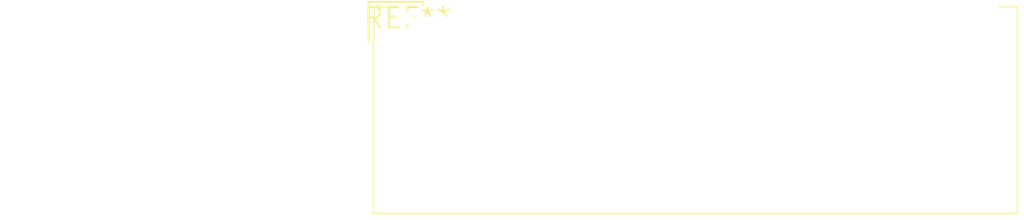
<source format=kicad_pcb>
(kicad_pcb (version 20240108) (generator pcbnew)
  (layers (0 "F.Cu" signal) (31 "B.Cu" signal) (34 "B.Paste" user) (35 "F.Paste" user) (36 "B.SilkS" user "B.Silkscreen") (37 "F.SilkS" user "F.Silkscreen") (38 "B.Mask" user) (39 "F.Mask" user) (44 "Edge.Cuts" user))
  (net 0 "")
  (footprint "JST_PUD_S38B-PUDSS-1_2x19_P2.00mm_Horizontal" (layer "F.Cu") (at 0 0)
    (property "Reference" "REF**")
    (property "Value" "JST_PUD_S38B-PUDSS-1_2x19_P2.00mm_Horizontal")
    (fp_line (start -2.41 -1.01) (end -2.41 1.49) (layer "F.SilkS") (stroke (width 0.12)))
    (fp_line (start -2.11 -0.71) (end -2.11 12.21) (layer "F.SilkS") (stroke (width 0.12)))
    (fp_line (start -2.11 12.21) (end 18 12.21) (layer "F.SilkS") (stroke (width 0.12)))
    (fp_line (start -1 -0.71) (end -2.11 -0.71) (layer "F.SilkS") (stroke (width 0.12)))
    (fp_line (start 1 -1.01) (end -2.41 -1.01) (layer "F.SilkS") (stroke (width 0.12)))
    (fp_line (start 1 -0.76) (end 1 -1.01) (layer "F.SilkS") (stroke (width 0.12)))
    (fp_line (start 37 -0.71) (end 38.11 -0.71) (layer "F.SilkS") (stroke (width 0.12)))
    (fp_line (start 38.11 -0.71) (end 38.11 12.21) (layer "F.SilkS") (stroke (width 0.12)))
    (fp_line (start 38.11 12.21) (end 18 12.21) (layer "F.SilkS") (stroke (width 0.12)))
    (pad "" np_thru_hole circle (at -0.9 9.7) (size 1.65 1.65) (drill 1.65) (layers *.Cu *.Mask))
    (pad "" np_thru_hole circle (at 36.9 9.7) (size 1.65 1.65) (drill 1.65) (layers *.Cu *.Mask))
    (pad "1" thru_hole roundrect (at 0 0) (size 1.2 1.2) (drill 0.75) (layers *.Cu *.Mask) (remove_unused_layers) (roundrect_rratio 0.208333))
    (pad "2" thru_hole circle (at 0 2) (size 1.2 1.2) (drill 0.75) (layers *.Cu *.Mask) (remove_unused_layers))
    (pad "3" thru_hole circle (at 2 0) (size 1.2 1.2) (drill 0.75) (layers *.Cu *.Mask) (remove_unused_layers))
    (pad "4" thru_hole circle (at 2 2) (size 1.2 1.2) (drill 0.75) (layers *.Cu *.Mask) (remove_unused_layers))
    (pad "5" thru_hole circle (at 4 0) (size 1.2 1.2) (drill 0.75) (layers *.Cu *.Mask) (remove_unused_layers))
    (pad "6" thru_hole circle (at 4 2) (size 1.2 1.2) (drill 0.75) (layers *.Cu *.Mask) (remove_unused_layers))
    (pad "7" thru_hole circle (at 6 0) (size 1.2 1.2) (drill 0.75) (layers *.Cu *.Mask) (remove_unused_layers))
    (pad "8" thru_hole circle (at 6 2) (size 1.2 1.2) (drill 0.75) (layers *.Cu *.Mask) (remove_unused_layers))
    (pad "9" thru_hole circle (at 8 0) (size 1.2 1.2) (drill 0.75) (layers *.Cu *.Mask) (remove_unused_layers))
    (pad "10" thru_hole circle (at 8 2) (size 1.2 1.2) (drill 0.75) (layers *.Cu *.Mask) (remove_unused_layers))
    (pad "11" thru_hole circle (at 10 0) (size 1.2 1.2) (drill 0.75) (layers *.Cu *.Mask) (remove_unused_layers))
    (pad "12" thru_hole circle (at 10 2) (size 1.2 1.2) (drill 0.75) (layers *.Cu *.Mask) (remove_unused_layers))
    (pad "13" thru_hole circle (at 12 0) (size 1.2 1.2) (drill 0.75) (layers *.Cu *.Mask) (remove_unused_layers))
    (pad "14" thru_hole circle (at 12 2) (size 1.2 1.2) (drill 0.75) (layers *.Cu *.Mask) (remove_unused_layers))
    (pad "15" thru_hole circle (at 14 0) (size 1.2 1.2) (drill 0.75) (layers *.Cu *.Mask) (remove_unused_layers))
    (pad "16" thru_hole circle (at 14 2) (size 1.2 1.2) (drill 0.75) (layers *.Cu *.Mask) (remove_unused_layers))
    (pad "17" thru_hole circle (at 16 0) (size 1.2 1.2) (drill 0.75) (layers *.Cu *.Mask) (remove_unused_layers))
    (pad "18" thru_hole circle (at 16 2) (size 1.2 1.2) (drill 0.75) (layers *.Cu *.Mask) (remove_unused_layers))
    (pad "19" thru_hole circle (at 18 0) (size 1.2 1.2) (drill 0.75) (layers *.Cu *.Mask) (remove_unused_layers))
    (pad "20" thru_hole circle (at 18 2) (size 1.2 1.2) (drill 0.75) (layers *.Cu *.Mask) (remove_unused_layers))
    (pad "21" thru_hole circle (at 20 0) (size 1.2 1.2) (drill 0.75) (layers *.Cu *.Mask) (remove_unused_layers))
    (pad "22" thru_hole circle (at 20 2) (size 1.2 1.2) (drill 0.75) (layers *.Cu *.Mask) (remove_unused_layers))
    (pad "23" thru_hole circle (at 22 0) (size 1.2 1.2) (drill 0.75) (layers *.Cu *.Mask) (remove_unused_layers))
    (pad "24" thru_hole circle (at 22 2) (size 1.2 1.2) (drill 0.75) (layers *.Cu *.Mask) (remove_unused_layers))
    (pad "25" thru_hole circle (at 24 0) (size 1.2 1.2) (drill 0.75) (layers *.Cu *.Mask) (remove_unused_layers))
    (pad "26" thru_hole circle (at 24 2) (size 1.2 1.2) (drill 0.75) (layers *.Cu *.Mask) (remove_unused_layers))
    (pad "27" thru_hole circle (at 26 0) (size 1.2 1.2) (drill 0.75) (layers *.Cu *.Mask) (remove_unused_layers))
    (pad "28" thru_hole circle (at 26 2) (size 1.2 1.2) (drill 0.75) (layers *.Cu *.Mask) (remove_unused_layers))
    (pad "29" thru_hole circle (at 28 0) (size 1.2 1.2) (drill 0.75) (layers *.Cu *.Mask) (remove_unused_layers))
    (pad "30" thru_hole circle (at 28 2) (size 1.2 1.2) (drill 0.75) (layers *.Cu *.Mask) (remove_unused_layers))
    (pad "31" thru_hole circle (at 30 0) (size 1.2 1.2) (drill 0.75) (layers *.Cu *.Mask) (remove_unused_layers))
    (pad "32" thru_hole circle (at 30 2) (size 1.2 1.2) (drill 0.75) (layers *.Cu *.Mask) (remove_unused_layers))
    (pad "33" thru_hole circle (at 32 0) (size 1.2 1.2) (drill 0.75) (layers *.Cu *.Mask) (remove_unused_layers))
    (pad "34" thru_hole circle (at 32 2) (size 1.2 1.2) (drill 0.75) (layers *.Cu *.Mask) (remove_unused_layers))
    (pad "35" thru_hole circle (at 34 0) (size 1.2 1.2) (drill 0.75) (layers *.Cu *.Mask) (remove_unused_layers))
    (pad "36" thru_hole circle (at 34 2) (size 1.2 1.2) (drill 0.75) (layers *.Cu *.Mask) (remove_unused_layers))
    (pad "37" thru_hole circle (at 36 0) (size 1.2 1.2) (drill 0.75) (layers *.Cu *.Mask) (remove_unused_layers))
    (pad "38" thru_hole circle (at 36 2) (size 1.2 1.2) (drill 0.75) (layers *.Cu *.Mask) (remove_unused_layers))
  )
)
</source>
